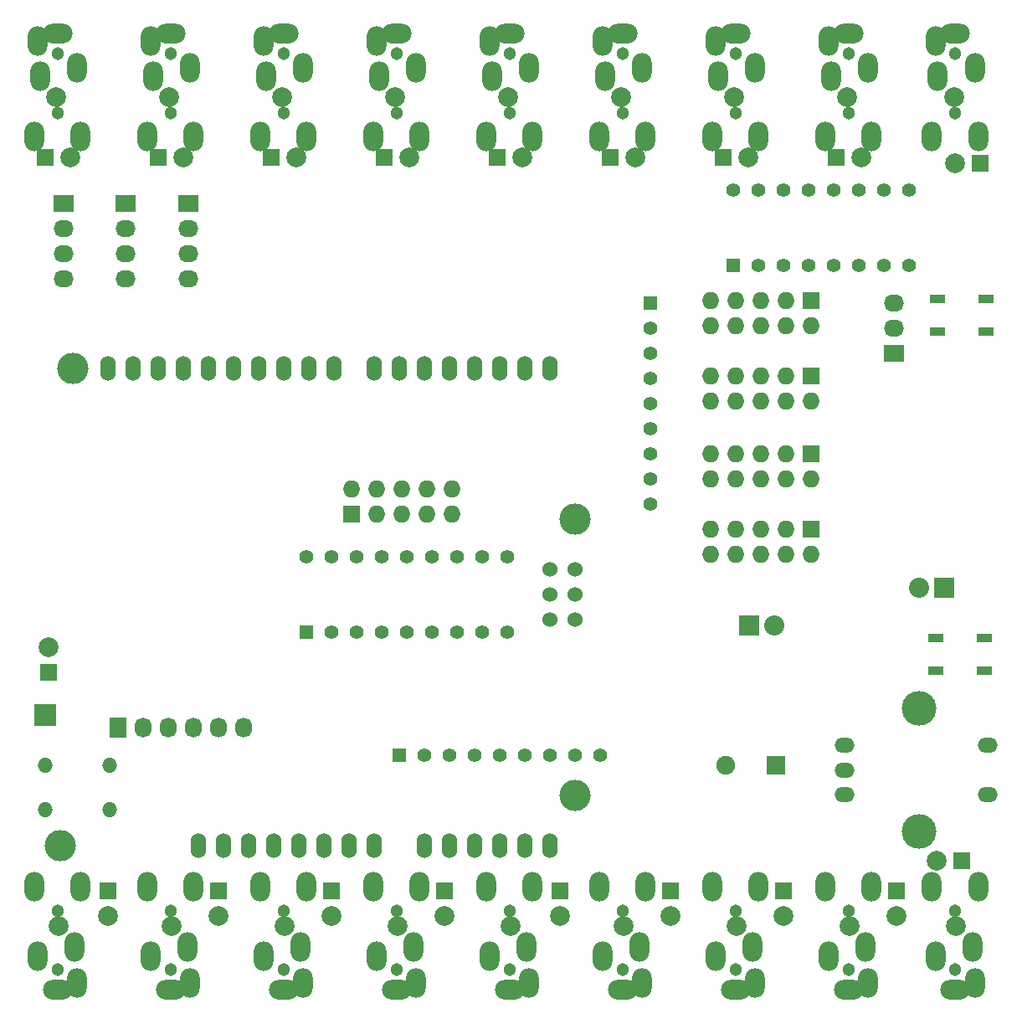
<source format=gbr>
G04 #@! TF.FileFunction,Soldermask,Top*
%FSLAX46Y46*%
G04 Gerber Fmt 4.6, Leading zero omitted, Abs format (unit mm)*
G04 Created by KiCad (PCBNEW (2014-12-08 BZR 5317)-product) date sam. 06 juin 2015 11:44:28 CEST*
%MOMM*%
G01*
G04 APERTURE LIST*
%ADD10C,0.100000*%
%ADD11R,1.500000X0.900000*%
%ADD12O,1.998980X1.501140*%
%ADD13C,3.500120*%
%ADD14R,1.727200X1.727200*%
%ADD15O,1.727200X1.727200*%
%ADD16R,1.905000X1.905000*%
%ADD17C,1.905000*%
%ADD18R,2.032000X1.727200*%
%ADD19O,2.032000X1.727200*%
%ADD20R,1.397000X1.397000*%
%ADD21C,1.397000*%
%ADD22O,1.524000X1.524000*%
%ADD23R,1.727200X2.032000*%
%ADD24O,1.727200X2.032000*%
%ADD25O,1.524000X2.540000*%
%ADD26C,3.175000*%
%ADD27C,1.524000*%
%ADD28R,1.699260X1.699260*%
%ADD29C,1.998980*%
%ADD30R,2.032000X2.032000*%
%ADD31O,2.032000X2.032000*%
%ADD32R,2.235200X2.235200*%
%ADD33O,3.000000X2.000000*%
%ADD34O,2.000000X3.000000*%
%ADD35C,1.302000*%
G04 APERTURE END LIST*
D10*
D11*
X195363000Y-120522000D03*
X195363000Y-117222000D03*
X190463000Y-117222000D03*
X190463000Y-120522000D03*
X190590000Y-82932000D03*
X190590000Y-86232000D03*
X195490000Y-86232000D03*
X195490000Y-82932000D03*
D12*
X181221380Y-128056640D03*
X181221380Y-130556000D03*
X181221380Y-133055360D03*
D13*
X188722000Y-124355860D03*
X188722000Y-136756140D03*
D12*
X195722240Y-128056640D03*
X195722240Y-133055360D03*
D14*
X177800000Y-83058000D03*
D15*
X177800000Y-85598000D03*
X175260000Y-83058000D03*
X175260000Y-85598000D03*
X172720000Y-83058000D03*
X172720000Y-85598000D03*
X170180000Y-83058000D03*
X170180000Y-85598000D03*
X167640000Y-83058000D03*
X167640000Y-85598000D03*
D14*
X177800000Y-90678000D03*
D15*
X177800000Y-93218000D03*
X175260000Y-90678000D03*
X175260000Y-93218000D03*
X172720000Y-90678000D03*
X172720000Y-93218000D03*
X170180000Y-90678000D03*
X170180000Y-93218000D03*
X167640000Y-90678000D03*
X167640000Y-93218000D03*
D14*
X177800000Y-98552000D03*
D15*
X177800000Y-101092000D03*
X175260000Y-98552000D03*
X175260000Y-101092000D03*
X172720000Y-98552000D03*
X172720000Y-101092000D03*
X170180000Y-98552000D03*
X170180000Y-101092000D03*
X167640000Y-98552000D03*
X167640000Y-101092000D03*
D16*
X174244000Y-130048000D03*
D17*
X169164000Y-130048000D03*
D14*
X131318000Y-104648000D03*
D15*
X131318000Y-102108000D03*
X133858000Y-104648000D03*
X133858000Y-102108000D03*
X136398000Y-104648000D03*
X136398000Y-102108000D03*
X138938000Y-104648000D03*
X138938000Y-102108000D03*
X141478000Y-104648000D03*
X141478000Y-102108000D03*
D18*
X108458000Y-73279000D03*
D19*
X108458000Y-75819000D03*
X108458000Y-78359000D03*
X108458000Y-80899000D03*
D18*
X102235000Y-73279000D03*
D19*
X102235000Y-75819000D03*
X102235000Y-78359000D03*
X102235000Y-80899000D03*
D18*
X114808000Y-73279000D03*
D19*
X114808000Y-75819000D03*
X114808000Y-78359000D03*
X114808000Y-80899000D03*
D18*
X186182000Y-88392000D03*
D19*
X186182000Y-85852000D03*
X186182000Y-83312000D03*
D20*
X161544000Y-83312000D03*
D21*
X161544000Y-85852000D03*
X161544000Y-88392000D03*
X161544000Y-90932000D03*
X161544000Y-93472000D03*
X161544000Y-96012000D03*
X161544000Y-98552000D03*
X161544000Y-101092000D03*
X161544000Y-103632000D03*
D22*
X106883200Y-134594600D03*
X100380800Y-134594600D03*
X106883200Y-130073400D03*
X100380800Y-130073400D03*
D20*
X169926000Y-79502000D03*
D21*
X172466000Y-79502000D03*
X175006000Y-79502000D03*
X177546000Y-79502000D03*
X180086000Y-79502000D03*
X182626000Y-79502000D03*
X185166000Y-79502000D03*
X187706000Y-79502000D03*
X187706000Y-71882000D03*
X185166000Y-71882000D03*
X182626000Y-71882000D03*
X180086000Y-71882000D03*
X177546000Y-71882000D03*
X175006000Y-71882000D03*
X172466000Y-71882000D03*
X169926000Y-71882000D03*
D20*
X126746000Y-116586000D03*
D21*
X129286000Y-116586000D03*
X131826000Y-116586000D03*
X134366000Y-116586000D03*
X136906000Y-116586000D03*
X139446000Y-116586000D03*
X141986000Y-116586000D03*
X144526000Y-116586000D03*
X147066000Y-116586000D03*
X147066000Y-108966000D03*
X144526000Y-108966000D03*
X141986000Y-108966000D03*
X139446000Y-108966000D03*
X136906000Y-108966000D03*
X134366000Y-108966000D03*
X131826000Y-108966000D03*
X129286000Y-108966000D03*
X126746000Y-108966000D03*
D23*
X107696000Y-126238000D03*
D24*
X110236000Y-126238000D03*
X112776000Y-126238000D03*
X115316000Y-126238000D03*
X117856000Y-126238000D03*
X120396000Y-126238000D03*
D14*
X177800000Y-106172000D03*
D15*
X177800000Y-108712000D03*
X175260000Y-106172000D03*
X175260000Y-108712000D03*
X172720000Y-106172000D03*
X172720000Y-108712000D03*
X170180000Y-106172000D03*
X170180000Y-108712000D03*
X167640000Y-106172000D03*
X167640000Y-108712000D03*
D25*
X151384000Y-138176000D03*
X148844000Y-138176000D03*
X146304000Y-138176000D03*
X138684000Y-138176000D03*
X141224000Y-138176000D03*
X143764000Y-138176000D03*
X133604000Y-138176000D03*
X131064000Y-138176000D03*
X128524000Y-138176000D03*
X123444000Y-138176000D03*
X120904000Y-138176000D03*
X151384000Y-89916000D03*
X148844000Y-89916000D03*
X146304000Y-89916000D03*
X143764000Y-89916000D03*
X141224000Y-89916000D03*
X138684000Y-89916000D03*
X136144000Y-89916000D03*
X133604000Y-89916000D03*
X129540000Y-89916000D03*
X127000000Y-89916000D03*
X124460000Y-89916000D03*
X121920000Y-89916000D03*
X119380000Y-89916000D03*
X116840000Y-89916000D03*
X114300000Y-89916000D03*
X111760000Y-89916000D03*
X125984000Y-138176000D03*
D26*
X153924000Y-133096000D03*
X153924000Y-105156000D03*
X103124000Y-89916000D03*
X101854000Y-138176000D03*
D25*
X109220000Y-89916000D03*
X106680000Y-89916000D03*
X118364000Y-138176000D03*
X115824000Y-138176000D03*
D27*
X151384000Y-110236000D03*
X153924000Y-110236000D03*
X151384000Y-112776000D03*
X153924000Y-112776000D03*
X151384000Y-115316000D03*
X153924000Y-115316000D03*
D28*
X100711000Y-120650000D03*
D29*
X100711000Y-118110000D03*
D28*
X106680000Y-142748000D03*
D29*
X106680000Y-145288000D03*
D28*
X117856000Y-142748000D03*
D29*
X117856000Y-145288000D03*
D28*
X129286000Y-142748000D03*
D29*
X129286000Y-145288000D03*
D28*
X140716000Y-142748000D03*
D29*
X140716000Y-145288000D03*
D28*
X152400000Y-142748000D03*
D29*
X152400000Y-145288000D03*
D28*
X163576000Y-142748000D03*
D29*
X163576000Y-145288000D03*
D28*
X175006000Y-142748000D03*
D29*
X175006000Y-145288000D03*
D28*
X186436000Y-142748000D03*
D29*
X186436000Y-145288000D03*
D28*
X100330000Y-68580000D03*
D29*
X102870000Y-68580000D03*
D28*
X111760000Y-68580000D03*
D29*
X114300000Y-68580000D03*
D28*
X123190000Y-68580000D03*
D29*
X125730000Y-68580000D03*
D28*
X134620000Y-68580000D03*
D29*
X137160000Y-68580000D03*
D28*
X146050000Y-68580000D03*
D29*
X148590000Y-68580000D03*
D28*
X157480000Y-68580000D03*
D29*
X160020000Y-68580000D03*
D28*
X168910000Y-68580000D03*
D29*
X171450000Y-68580000D03*
D28*
X180340000Y-68580000D03*
D29*
X182880000Y-68580000D03*
D28*
X194945000Y-69215000D03*
D29*
X192405000Y-69215000D03*
D28*
X193040000Y-139700000D03*
D29*
X190500000Y-139700000D03*
D30*
X191262000Y-112141000D03*
D31*
X188722000Y-112141000D03*
D20*
X136144000Y-129032000D03*
D21*
X138684000Y-129032000D03*
X141224000Y-129032000D03*
X143764000Y-129032000D03*
X146304000Y-129032000D03*
X148844000Y-129032000D03*
X151384000Y-129032000D03*
X153924000Y-129032000D03*
X156464000Y-129032000D03*
D32*
X100330000Y-124968000D03*
D30*
X171602400Y-115925600D03*
D31*
X174142400Y-115925600D03*
D33*
X101600000Y-56130000D03*
D34*
X103600000Y-59530000D03*
X99250000Y-66530000D03*
D29*
X101500000Y-62530000D03*
D34*
X103950000Y-66530000D03*
X99600000Y-56830000D03*
X99850000Y-60430000D03*
D35*
X101600000Y-58130000D03*
X101600000Y-64130000D03*
D33*
X113030000Y-56130000D03*
D34*
X115030000Y-59530000D03*
X110680000Y-66530000D03*
D29*
X112930000Y-62530000D03*
D34*
X115380000Y-66530000D03*
X111030000Y-56830000D03*
X111280000Y-60430000D03*
D35*
X113030000Y-58130000D03*
X113030000Y-64130000D03*
D33*
X124460000Y-56130000D03*
D34*
X126460000Y-59530000D03*
X122110000Y-66530000D03*
D29*
X124360000Y-62530000D03*
D34*
X126810000Y-66530000D03*
X122460000Y-56830000D03*
X122710000Y-60430000D03*
D35*
X124460000Y-58130000D03*
X124460000Y-64130000D03*
D33*
X135890000Y-56130000D03*
D34*
X137890000Y-59530000D03*
X133540000Y-66530000D03*
D29*
X135790000Y-62530000D03*
D34*
X138240000Y-66530000D03*
X133890000Y-56830000D03*
X134140000Y-60430000D03*
D35*
X135890000Y-58130000D03*
X135890000Y-64130000D03*
D33*
X147320000Y-56130000D03*
D34*
X149320000Y-59530000D03*
X144970000Y-66530000D03*
D29*
X147220000Y-62530000D03*
D34*
X149670000Y-66530000D03*
X145320000Y-56830000D03*
X145570000Y-60430000D03*
D35*
X147320000Y-58130000D03*
X147320000Y-64130000D03*
D33*
X158750000Y-56130000D03*
D34*
X160750000Y-59530000D03*
X156400000Y-66530000D03*
D29*
X158650000Y-62530000D03*
D34*
X161100000Y-66530000D03*
X156750000Y-56830000D03*
X157000000Y-60430000D03*
D35*
X158750000Y-58130000D03*
X158750000Y-64130000D03*
D33*
X170180000Y-56130000D03*
D34*
X172180000Y-59530000D03*
X167830000Y-66530000D03*
D29*
X170080000Y-62530000D03*
D34*
X172530000Y-66530000D03*
X168180000Y-56830000D03*
X168430000Y-60430000D03*
D35*
X170180000Y-58130000D03*
X170180000Y-64130000D03*
D33*
X181610000Y-56130000D03*
D34*
X183610000Y-59530000D03*
X179260000Y-66530000D03*
D29*
X181510000Y-62530000D03*
D34*
X183960000Y-66530000D03*
X179610000Y-56830000D03*
X179860000Y-60430000D03*
D35*
X181610000Y-58130000D03*
X181610000Y-64130000D03*
D33*
X192405000Y-56130000D03*
D34*
X194405000Y-59530000D03*
X190055000Y-66530000D03*
D29*
X192305000Y-62530000D03*
D34*
X194755000Y-66530000D03*
X190405000Y-56830000D03*
X190655000Y-60430000D03*
D35*
X192405000Y-58130000D03*
X192405000Y-64130000D03*
D33*
X192405000Y-152785000D03*
D34*
X190405000Y-149385000D03*
X194755000Y-142385000D03*
D29*
X192505000Y-146385000D03*
D34*
X190055000Y-142385000D03*
X194405000Y-152085000D03*
X194155000Y-148485000D03*
D35*
X192405000Y-150785000D03*
X192405000Y-144785000D03*
D33*
X181610000Y-152785000D03*
D34*
X179610000Y-149385000D03*
X183960000Y-142385000D03*
D29*
X181710000Y-146385000D03*
D34*
X179260000Y-142385000D03*
X183610000Y-152085000D03*
X183360000Y-148485000D03*
D35*
X181610000Y-150785000D03*
X181610000Y-144785000D03*
D33*
X170180000Y-152785000D03*
D34*
X168180000Y-149385000D03*
X172530000Y-142385000D03*
D29*
X170280000Y-146385000D03*
D34*
X167830000Y-142385000D03*
X172180000Y-152085000D03*
X171930000Y-148485000D03*
D35*
X170180000Y-150785000D03*
X170180000Y-144785000D03*
D33*
X158750000Y-152785000D03*
D34*
X156750000Y-149385000D03*
X161100000Y-142385000D03*
D29*
X158850000Y-146385000D03*
D34*
X156400000Y-142385000D03*
X160750000Y-152085000D03*
X160500000Y-148485000D03*
D35*
X158750000Y-150785000D03*
X158750000Y-144785000D03*
D33*
X147320000Y-152785000D03*
D34*
X145320000Y-149385000D03*
X149670000Y-142385000D03*
D29*
X147420000Y-146385000D03*
D34*
X144970000Y-142385000D03*
X149320000Y-152085000D03*
X149070000Y-148485000D03*
D35*
X147320000Y-150785000D03*
X147320000Y-144785000D03*
D33*
X135890000Y-152785000D03*
D34*
X133890000Y-149385000D03*
X138240000Y-142385000D03*
D29*
X135990000Y-146385000D03*
D34*
X133540000Y-142385000D03*
X137890000Y-152085000D03*
X137640000Y-148485000D03*
D35*
X135890000Y-150785000D03*
X135890000Y-144785000D03*
D33*
X124460000Y-152785000D03*
D34*
X122460000Y-149385000D03*
X126810000Y-142385000D03*
D29*
X124560000Y-146385000D03*
D34*
X122110000Y-142385000D03*
X126460000Y-152085000D03*
X126210000Y-148485000D03*
D35*
X124460000Y-150785000D03*
X124460000Y-144785000D03*
D33*
X113030000Y-152785000D03*
D34*
X111030000Y-149385000D03*
X115380000Y-142385000D03*
D29*
X113130000Y-146385000D03*
D34*
X110680000Y-142385000D03*
X115030000Y-152085000D03*
X114780000Y-148485000D03*
D35*
X113030000Y-150785000D03*
X113030000Y-144785000D03*
D33*
X101600000Y-152785000D03*
D34*
X99600000Y-149385000D03*
X103950000Y-142385000D03*
D29*
X101700000Y-146385000D03*
D34*
X99250000Y-142385000D03*
X103600000Y-152085000D03*
X103350000Y-148485000D03*
D35*
X101600000Y-150785000D03*
X101600000Y-144785000D03*
M02*

</source>
